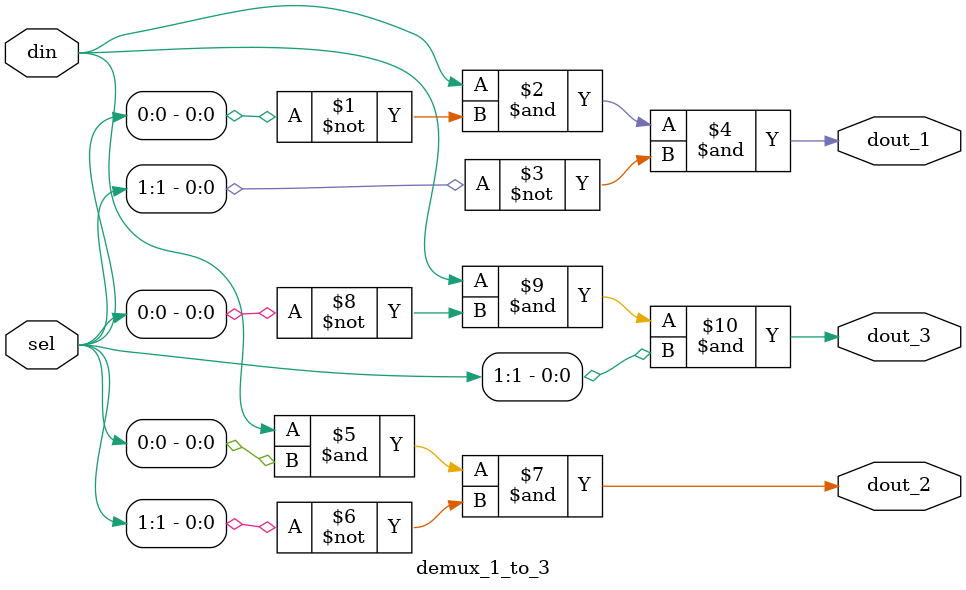
<source format=v>
`timescale 1ns / 1ps



module 
 demux_1_to_3 
(
	input  din,
	input  [1:0] sel,
	output dout_1,
	output dout_2,
	output dout_3
);

	assign dout_1	= din & ( ~sel[0] ) & ( ~sel[1] );
	assign dout_2	= din & (  sel[0] ) & ( ~sel[1] );
	assign dout_3	= din & ( ~sel[0] ) & (  sel[1] );
	
endmodule

</source>
